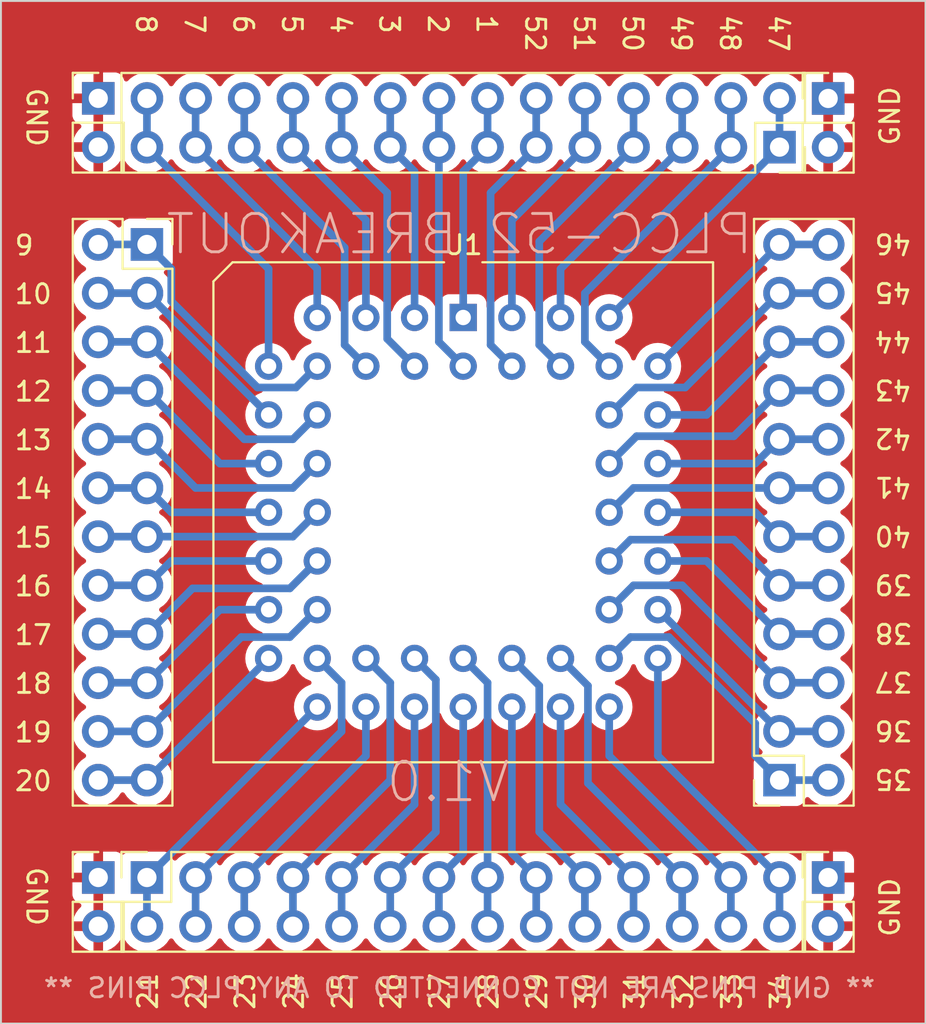
<source format=kicad_pcb>
(kicad_pcb (version 20221018) (generator pcbnew)
  (layers (0 "F.Cu" signal) (31 "B.Cu" signal) (34 "B.Paste" user) (35 "F.Paste" user) (36 "B.SilkS" user "B.Silkscreen") (37 "F.SilkS" user "F.Silkscreen") (38 "B.Mask" user) (39 "F.Mask" user) (44 "Edge.Cuts" user))
  (net 0 "")
  (net 1 "/47")
  (net 2 "/48")
  (net 3 "/49")
  (net 4 "/50")
  (net 5 "/51")
  (net 6 "/52")
  (net 7 "/1")
  (net 8 "/2")
  (net 9 "/3")
  (net 10 "/4")
  (net 11 "/5")
  (net 12 "/6")
  (net 13 "/7")
  (net 14 "/8")
  (net 15 "/9")
  (net 16 "/10")
  (net 17 "/11")
  (net 18 "/12")
  (net 19 "/13")
  (net 20 "/14")
  (net 21 "/15")
  (net 22 "/16")
  (net 23 "/17")
  (net 24 "/18")
  (net 25 "/19")
  (net 26 "/20")
  (net 27 "/21")
  (net 28 "/22")
  (net 29 "/23")
  (net 30 "/24")
  (net 31 "/25")
  (net 32 "/26")
  (net 33 "/27")
  (net 34 "/28")
  (net 35 "/29")
  (net 36 "/30")
  (net 37 "/31")
  (net 38 "/32")
  (net 39 "/33")
  (net 40 "/34")
  (net 41 "/35")
  (net 42 "/36")
  (net 43 "/37")
  (net 44 "/38")
  (net 45 "/39")
  (net 46 "/40")
  (net 47 "/41")
  (net 48 "/42")
  (net 49 "/43")
  (net 50 "/44")
  (net 51 "/45")
  (net 52 "/46")
  (net 53 "GND")
  (footprint "Connector_PinSocket_2.54mm:PinSocket_2x12_P2.54mm_Vertical" (layer "F.Cu") (at 139.7 104.14 180)
    (fp_text reference "J4" hide)
    (fp_text value "Conn_02x12_Odd_Even" hide)
    (fp_line (start -3.87 -1.33) (end -3.87 29.27) (stroke (width 0.12)) (layer "F.SilkS"))
    (fp_line (start -3.87 -1.33) (end -1.27 -1.33) (stroke (width 0.12)) (layer "F.SilkS"))
    (fp_line (start -3.87 29.27) (end 1.33 29.27) (stroke (width 0.12)) (layer "F.SilkS"))
    (fp_line (start -1.27 -1.33) (end -1.27 1.27) (stroke (width 0.12)) (layer "F.SilkS"))
    (fp_line (start -1.27 1.27) (end 1.33 1.27) (stroke (width 0.12)) (layer "F.SilkS"))
    (fp_line (start 0 -1.33) (end 1.33 -1.33) (stroke (width 0.12)) (layer "F.SilkS"))
    (fp_line (start 1.33 -1.33) (end 1.33 0) (stroke (width 0.12)) (layer "F.SilkS"))
    (fp_line (start 1.33 1.27) (end 1.33 29.27) (stroke (width 0.12)) (layer "F.SilkS"))
    (pad "1" thru_hole rect (at 0 0 180) (size 1.7 1.7) (drill 1) (layers "*.Cu" "*.Mask") (net 41 "/35"))
    (pad "2" thru_hole oval (at -2.54 0 180) (size 1.7 1.7) (drill 1) (layers "*.Cu" "*.Mask") (net 41 "/35"))
    (pad "3" thru_hole oval (at 0 2.54 180) (size 1.7 1.7) (drill 1) (layers "*.Cu" "*.Mask") (net 42 "/36"))
    (pad "4" thru_hole oval (at -2.54 2.54 180) (size 1.7 1.7) (drill 1) (layers "*.Cu" "*.Mask") (net 42 "/36"))
    (pad "5" thru_hole oval (at 0 5.08 180) (size 1.7 1.7) (drill 1) (layers "*.Cu" "*.Mask") (net 43 "/37"))
    (pad "6" thru_hole oval (at -2.54 5.08 180) (size 1.7 1.7) (drill 1) (layers "*.Cu" "*.Mask") (net 43 "/37"))
    (pad "7" thru_hole oval (at 0 7.62 180) (size 1.7 1.7) (drill 1) (layers "*.Cu" "*.Mask") (net 44 "/38"))
    (pad "8" thru_hole oval (at -2.54 7.62 180) (size 1.7 1.7) (drill 1) (layers "*.Cu" "*.Mask") (net 44 "/38"))
    (pad "9" thru_hole oval (at 0 10.16 180) (size 1.7 1.7) (drill 1) (layers "*.Cu" "*.Mask") (net 45 "/39"))
    (pad "10" thru_hole oval (at -2.54 10.16 180) (size 1.7 1.7) (drill 1) (layers "*.Cu" "*.Mask") (net 45 "/39"))
    (pad "11" thru_hole oval (at 0 12.7 180) (size 1.7 1.7) (drill 1) (layers "*.Cu" "*.Mask") (net 46 "/40"))
    (pad "12" thru_hole oval (at -2.54 12.7 180) (size 1.7 1.7) (drill 1) (layers "*.Cu" "*.Mask") (net 46 "/40"))
    (pad "13" thru_hole oval (at 0 15.24 180) (size 1.7 1.7) (drill 1) (layers "*.Cu" "*.Mask") (net 47 "/41"))
    (pad "14" thru_hole oval (at -2.54 15.24 180) (size 1.7 1.7) (drill 1) (layers "*.Cu" "*.Mask") (net 47 "/41"))
    (pad "15" thru_hole oval (at 0 17.78 180) (size 1.7 1.7) (drill 1) (layers "*.Cu" "*.Mask") (net 48 "/42"))
    (pad "16" thru_hole oval (at -2.54 17.78 180) (size 1.7 1.7) (drill 1) (layers "*.Cu" "*.Mask") (net 48 "/42"))
    (pad "17" thru_hole oval (at 0 20.32 180) (size 1.7 1.7) (drill 1) (layers "*.Cu" "*.Mask") (net 49 "/43"))
    (pad "18" thru_hole oval (at -2.54 20.32 180) (size 1.7 1.7) (drill 1) (layers "*.Cu" "*.Mask") (net 49 "/43"))
    (pad "19" thru_hole oval (at 0 22.86 180) (size 1.7 1.7) (drill 1) (layers "*.Cu" "*.Mask") (net 50 "/44"))
    (pad "20" thru_hole oval (at -2.54 22.86 180) (size 1.7 1.7) (drill 1) (layers "*.Cu" "*.Mask") (net 50 "/44"))
    (pad "21" thru_hole oval (at 0 25.4 180) (size 1.7 1.7) (drill 1) (layers "*.Cu" "*.Mask") (net 51 "/45"))
    (pad "22" thru_hole oval (at -2.54 25.4 180) (size 1.7 1.7) (drill 1) (layers "*.Cu" "*.Mask") (net 51 "/45"))
    (pad "23" thru_hole oval (at 0 27.94 180) (size 1.7 1.7) (drill 1) (layers "*.Cu" "*.Mask") (net 52 "/46"))
    (pad "24" thru_hole oval (at -2.54 27.94 180) (size 1.7 1.7) (drill 1) (layers "*.Cu" "*.Mask") (net 52 "/46"))
  )
  (footprint "Connector_PinHeader_2.54mm:PinHeader_1x02_P2.54mm_Vertical" (layer "F.Cu") (at 104.14 68.58)
    (fp_text reference "J5" hide)
    (fp_text value "Conn_01x02" hide)
    (fp_line (start -1.33 -1.33) (end 0 -1.33) (stroke (width 0.12)) (layer "F.SilkS"))
    (fp_line (start -1.33 0) (end -1.33 -1.33) (stroke (width 0.12)) (layer "F.SilkS"))
    (fp_line (start -1.33 1.27) (end -1.33 3.87) (stroke (width 0.12)) (layer "F.SilkS"))
    (fp_line (start -1.33 1.27) (end 1.33 1.27) (stroke (width 0.12)) (layer "F.SilkS"))
    (fp_line (start -1.33 3.87) (end 1.33 3.87) (stroke (width 0.12)) (layer "F.SilkS"))
    (fp_line (start 1.33 1.27) (end 1.33 3.87) (stroke (width 0.12)) (layer "F.SilkS"))
    (pad "1" thru_hole rect (at 0 0) (size 1.7 1.7) (drill 1) (layers "*.Cu" "*.Mask") (net 53 "GND"))
    (pad "2" thru_hole oval (at 0 2.54) (size 1.7 1.7) (drill 1) (layers "*.Cu" "*.Mask") (net 53 "GND"))
  )
  (footprint "Connector_PinHeader_2.54mm:PinHeader_1x02_P2.54mm_Vertical" (layer "F.Cu") (at 142.24 109.22)
    (fp_text reference "J7" hide)
    (fp_text value "Conn_01x02" hide)
    (fp_line (start -1.33 -1.33) (end 0 -1.33) (stroke (width 0.12)) (layer "F.SilkS"))
    (fp_line (start -1.33 0) (end -1.33 -1.33) (stroke (width 0.12)) (layer "F.SilkS"))
    (fp_line (start -1.33 1.27) (end -1.33 3.87) (stroke (width 0.12)) (layer "F.SilkS"))
    (fp_line (start -1.33 1.27) (end 1.33 1.27) (stroke (width 0.12)) (layer "F.SilkS"))
    (fp_line (start -1.33 3.87) (end 1.33 3.87) (stroke (width 0.12)) (layer "F.SilkS"))
    (fp_line (start 1.33 1.27) (end 1.33 3.87) (stroke (width 0.12)) (layer "F.SilkS"))
    (pad "1" thru_hole rect (at 0 0) (size 1.7 1.7) (drill 1) (layers "*.Cu" "*.Mask") (net 53 "GND"))
    (pad "2" thru_hole oval (at 0 2.54) (size 1.7 1.7) (drill 1) (layers "*.Cu" "*.Mask") (net 53 "GND"))
  )
  (footprint "Connector_PinSocket_2.54mm:PinSocket_2x14_P2.54mm_Vertical" (layer "F.Cu") (at 106.68 109.22 90)
    (fp_text reference "J3" hide)
    (fp_text value "Conn_02x14_Odd_Even" hide)
    (fp_line (start -3.87 -1.33) (end -3.87 34.35) (stroke (width 0.12)) (layer "F.SilkS"))
    (fp_line (start -3.87 -1.33) (end -1.27 -1.33) (stroke (width 0.12)) (layer "F.SilkS"))
    (fp_line (start -3.87 34.35) (end 1.33 34.35) (stroke (width 0.12)) (layer "F.SilkS"))
    (fp_line (start -1.27 -1.33) (end -1.27 1.27) (stroke (width 0.12)) (layer "F.SilkS"))
    (fp_line (start -1.27 1.27) (end 1.33 1.27) (stroke (width 0.12)) (layer "F.SilkS"))
    (fp_line (start 0 -1.33) (end 1.33 -1.33) (stroke (width 0.12)) (layer "F.SilkS"))
    (fp_line (start 1.33 -1.33) (end 1.33 0) (stroke (width 0.12)) (layer "F.SilkS"))
    (fp_line (start 1.33 1.27) (end 1.33 34.35) (stroke (width 0.12)) (layer "F.SilkS"))
    (pad "1" thru_hole rect (at 0 0 90) (size 1.7 1.7) (drill 1) (layers "*.Cu" "*.Mask") (net 27 "/21"))
    (pad "2" thru_hole oval (at -2.54 0 90) (size 1.7 1.7) (drill 1) (layers "*.Cu" "*.Mask") (net 27 "/21"))
    (pad "3" thru_hole oval (at 0 2.54 90) (size 1.7 1.7) (drill 1) (layers "*.Cu" "*.Mask") (net 28 "/22"))
    (pad "4" thru_hole oval (at -2.54 2.54 90) (size 1.7 1.7) (drill 1) (layers "*.Cu" "*.Mask") (net 28 "/22"))
    (pad "5" thru_hole oval (at 0 5.08 90) (size 1.7 1.7) (drill 1) (layers "*.Cu" "*.Mask") (net 29 "/23"))
    (pad "6" thru_hole oval (at -2.54 5.08 90) (size 1.7 1.7) (drill 1) (layers "*.Cu" "*.Mask") (net 29 "/23"))
    (pad "7" thru_hole oval (at 0 7.62 90) (size 1.7 1.7) (drill 1) (layers "*.Cu" "*.Mask") (net 30 "/24"))
    (pad "8" thru_hole oval (at -2.54 7.62 90) (size 1.7 1.7) (drill 1) (layers "*.Cu" "*.Mask") (net 30 "/24"))
    (pad "9" thru_hole oval (at 0 10.16 90) (size 1.7 1.7) (drill 1) (layers "*.Cu" "*.Mask") (net 31 "/25"))
    (pad "10" thru_hole oval (at -2.54 10.16 90) (size 1.7 1.7) (drill 1) (layers "*.Cu" "*.Mask") (net 31 "/25"))
    (pad "11" thru_hole oval (at 0 12.7 90) (size 1.7 1.7) (drill 1) (layers "*.Cu" "*.Mask") (net 32 "/26"))
    (pad "12" thru_hole oval (at -2.54 12.7 90) (size 1.7 1.7) (drill 1) (layers "*.Cu" "*.Mask") (net 32 "/26"))
    (pad "13" thru_hole oval (at 0 15.24 90) (size 1.7 1.7) (drill 1) (layers "*.Cu" "*.Mask") (net 33 "/27"))
    (pad "14" thru_hole oval (at -2.54 15.24 90) (size 1.7 1.7) (drill 1) (layers "*.Cu" "*.Mask") (net 33 "/27"))
    (pad "15" thru_hole oval (at 0 17.78 90) (size 1.7 1.7) (drill 1) (layers "*.Cu" "*.Mask") (net 34 "/28"))
    (pad "16" thru_hole oval (at -2.54 17.78 90) (size 1.7 1.7) (drill 1) (layers "*.Cu" "*.Mask") (net 34 "/28"))
    (pad "17" thru_hole oval (at 0 20.32 90) (size 1.7 1.7) (drill 1) (layers "*.Cu" "*.Mask") (net 35 "/29"))
    (pad "18" thru_hole oval (at -2.54 20.32 90) (size 1.7 1.7) (drill 1) (layers "*.Cu" "*.Mask") (net 35 "/29"))
    (pad "19" thru_hole oval (at 0 22.86 90) (size 1.7 1.7) (drill 1) (layers "*.Cu" "*.Mask") (net 36 "/30"))
    (pad "20" thru_hole oval (at -2.54 22.86 90) (size 1.7 1.7) (drill 1) (layers "*.Cu" "*.Mask") (net 36 "/30"))
    (pad "21" thru_hole oval (at 0 25.4 90) (size 1.7 1.7) (drill 1) (layers "*.Cu" "*.Mask") (net 37 "/31"))
    (pad "22" thru_hole oval (at -2.54 25.4 90) (size 1.7 1.7) (drill 1) (layers "*.Cu" "*.Mask") (net 37 "/31"))
    (pad "23" thru_hole oval (at 0 27.94 90) (size 1.7 1.7) (drill 1) (layers "*.Cu" "*.Mask") (net 38 "/32"))
    (pad "24" thru_hole oval (at -2.54 27.94 90) (size 1.7 1.7) (drill 1) (layers "*.Cu" "*.Mask") (net 38 "/32"))
    (pad "25" thru_hole oval (at 0 30.48 90) (size 1.7 1.7) (drill 1) (layers "*.Cu" "*.Mask") (net 39 "/33"))
    (pad "26" thru_hole oval (at -2.54 30.48 90) (size 1.7 1.7) (drill 1) (layers "*.Cu" "*.Mask") (net 39 "/33"))
    (pad "27" thru_hole oval (at 0 33.02 90) (size 1.7 1.7) (drill 1) (layers "*.Cu" "*.Mask") (net 40 "/34"))
    (pad "28" thru_hole oval (at -2.54 33.02 90) (size 1.7 1.7) (drill 1) (layers "*.Cu" "*.Mask") (net 40 "/34"))
  )
  (footprint "Connector_PinHeader_2.54mm:PinHeader_1x02_P2.54mm_Vertical" (layer "F.Cu") (at 104.14 109.22)
    (fp_text reference "J6" hide)
    (fp_text value "Conn_01x02" hide)
    (fp_line (start -1.33 -1.33) (end 0 -1.33) (stroke (width 0.12)) (layer "F.SilkS"))
    (fp_line (start -1.33 0) (end -1.33 -1.33) (stroke (width 0.12)) (layer "F.SilkS"))
    (fp_line (start -1.33 1.27) (end -1.33 3.87) (stroke (width 0.12)) (layer "F.SilkS"))
    (fp_line (start -1.33 1.27) (end 1.33 1.27) (stroke (width 0.12)) (layer "F.SilkS"))
    (fp_line (start -1.33 3.87) (end 1.33 3.87) (stroke (width 0.12)) (layer "F.SilkS"))
    (fp_line (start 1.33 1.27) (end 1.33 3.87) (stroke (width 0.12)) (layer "F.SilkS"))
    (pad "1" thru_hole rect (at 0 0) (size 1.7 1.7) (drill 1) (layers "*.Cu" "*.Mask") (net 53 "GND"))
    (pad "2" thru_hole oval (at 0 2.54) (size 1.7 1.7) (drill 1) (layers "*.Cu" "*.Mask") (net 53 "GND"))
  )
  (footprint "Package_LCC:PLCC-52_THT-Socket" (layer "F.Cu") (at 123.19 80.01)
    (fp_text reference "U1" (at 0 -3.78) (layer "F.SilkS"))
    (fp_text value "Generic_52_Pins")
    (fp_line (start -13.04 -1.88) (end -13.04 23.2) (stroke (width 0.12)) (layer "F.SilkS"))
    (fp_line (start -13.04 23.2) (end 13.04 23.2) (stroke (width 0.12)) (layer "F.SilkS"))
    (fp_line (start -12.04 -2.88) (end -13.04 -1.88) (stroke (width 0.12)) (layer "F.SilkS"))
    (fp_line (start -1 -2.88) (end -12.04 -2.88) (stroke (width 0.12)) (layer "F.SilkS"))
    (fp_line (start 13.04 -2.88) (end 1 -2.88) (stroke (width 0.12)) (layer "F.SilkS"))
    (fp_line (start 13.04 23.2) (end 13.04 -2.88) (stroke (width 0.12)) (layer "F.SilkS"))
    (pad "1" thru_hole rect (at 0 0) (size 1.4224 1.4224) (drill 0.8) (layers "*.Cu" "*.Mask") (net 7 "/1"))
    (pad "2" thru_hole circle (at 0 2.54) (size 1.4224 1.4224) (drill 0.8) (layers "*.Cu" "*.Mask") (net 8 "/2"))
    (pad "3" thru_hole circle (at -2.54 0) (size 1.4224 1.4224) (drill 0.8) (layers "*.Cu" "*.Mask") (net 9 "/3"))
    (pad "4" thru_hole circle (at -2.54 2.54) (size 1.4224 1.4224) (drill 0.8) (layers "*.Cu" "*.Mask") (net 10 "/4"))
    (pad "5" thru_hole circle (at -5.08 0) (size 1.4224 1.4224) (drill 0.8) (layers "*.Cu" "*.Mask") (net 11 "/5"))
    (pad "6" thru_hole circle (at -5.08 2.54) (size 1.4224 1.4224) (drill 0.8) (layers "*.Cu" "*.Mask") (net 12 "/6"))
    (pad "7" thru_hole circle (at -7.62 0) (size 1.4224 1.4224) (drill 0.8) (layers "*.Cu" "*.Mask") (net 13 "/7"))
    (pad "8" thru_hole circle (at -10.16 2.54) (size 1.4224 1.4224) (drill 0.8) (layers "*.Cu" "*.Mask") (net 14 "/8"))
    (pad "9" thru_hole circle (at -7.62 2.54) (size 1.4224 1.4224) (drill 0.8) (layers "*.Cu" "*.Mask") (net 15 "/9"))
    (pad "10" thru_hole circle (at -10.16 5.08) (size 1.4224 1.4224) (drill 0.8) (layers "*.Cu" "*.Mask") (net 16 "/10"))
    (pad "11" thru_hole circle (at -7.62 5.08) (size 1.4224 1.4224) (drill 0.8) (layers "*.Cu" "*.Mask") (net 17 "/11"))
    (pad "12" thru_hole circle (at -10.16 7.62) (size 1.4224 1.4224) (drill 0.8) (layers "*.Cu" "*.Mask") (net 18 "/12"))
    (pad "13" thru_hole circle (at -7.62 7.62) (size 1.4224 1.4224) (drill 0.8) (layers "*.Cu" "*.Mask") (net 19 "/13"))
    (pad "14" thru_hole circle (at -10.16 10.16) (size 1.4224 1.4224) (drill 0.8) (layers "*.Cu" "*.Mask") (net 20 "/14"))
    (pad "15" thru_hole circle (at -7.62 10.16) (size 1.4224 1.4224) (drill 0.8) (layers "*.Cu" "*.Mask") (net 21 "/15"))
    (pad "16" thru_hole circle (at -10.16 12.7) (size 1.4224 1.4224) (drill 0.8) (layers "*.Cu" "*.Mask") (net 22 "/16"))
    (pad "17" thru_hole circle (at -7.62 12.7) (size 1.4224 1.4224) (drill 0.8) (layers "*.Cu" "*.Mask") (net 23 "/17"))
    (pad "18" thru_hole circle (at -10.16 15.24) (size 1.4224 1.4224) (drill 0.8) (layers "*.Cu" "*.Mask") (net 24 "/18"))
    (pad "19" thru_hole circle (at -7.62 15.24) (size 1.4224 1.4224) (drill 0.8) (layers "*.Cu" "*.Mask") (net 25 "/19"))
    (pad "20" thru_hole circle (at -10.16 17.78) (size 1.4224 1.4224) (drill 0.8) (layers "*.Cu" "*.Mask") (net 26 "/20"))
    (pad "21" thru_hole circle (at -7.62 20.32) (size 1.4224 1.4224) (drill 0.8) (layers "*.Cu" "*.Mask") (net 27 "/21"))
    (pad "22" thru_hole circle (at -7.62 17.78) (size 1.4224 1.4224) (drill 0.8) (layers "*.Cu" "*.Mask") (net 28 "/22"))
    (pad "23" thru_hole circle (at -5.08 20.32) (size 1.4224 1.4224) (drill 0.8) (layers "*.Cu" "*.Mask") (net 29 "/23"))
    (pad "24" thru_hole circle (at -5.08 17.78) (size 1.4224 1.4224) (drill 0.8) (layers "*.Cu" "*.Mask") (net 30 "/24"))
    (pad "25" thru_hole circle (at -2.54 20.32) (size 1.4224 1.4224) (drill 0.8) (layers "*.Cu" "*.Mask") (net 31 "/25"))
    (pad "26" thru_hole circle (at -2.54 17.78) (size 1.4224 1.4224) (drill 0.8) (layers "*.Cu" "*.Mask") (net 32 "/26"))
    (pad "27" thru_hole circle (at 0 20.32) (size 1.4224 1.4224) (drill 0.8) (layers "*.Cu" "*.Mask") (net 33 "/27"))
    (pad "28" thru_hole circle (at 0 17.78) (size 1.4224 1.4224) (drill 0.8) (layers "*.Cu" "*.Mask") (net 34 "/28"))
    (pad "29" thru_hole circle (at 2.54 20.32) (size 1.4224 1.4224) (drill 0.8) (layers "*.Cu" "*.Mask") (net 35 "/29"))
    (pad "30" thru_hole circle (at 2.54 17.78) (size 1.4224 1.4224) (drill 0.8) (layers "*.Cu" "*.Mask") (net 36 "/30"))
    (pad "31" thru_hole circle (at 5.08 20.32) (size 1.4224 1.4224) (drill 0.8) (layers "*.Cu" "*.Mask") (net 37 "/31"))
    (pad "32" thru_hole circle (at 5.08 17.78) (size 1.4224 1.4224) (drill 0.8) (layers "*.Cu" "*.Mask") (net 38 "/32"))
    (pad "33" thru_hole circle (at 7.62 20.32) (size 1.4224 1.4224) (drill 0.8) (layers "*.Cu" "*.Mask") (net 39 "/33"))
    (pad "34" thru_hole circle (at 10.16 17.78) (size 1.4224 1.4224) (drill 0.8) (layers "*.Cu" "*.Mask") (net 40 "/34"))
    (pad "35" thru_hole circle (at 7.62 17.78) (size 1.4224 1.4224) (drill 0.8) (layers "*.Cu" "*.Mask") (net 41 "/35"))
    (pad "36" thru_hole circle (at 10.16 15.24) (size 1.4224 1.4224) (drill 0.8) (layers "*.Cu" "*.Mask") (net 42 "/36"))
    (pad "37" thru_hole circle (at 7.62 15.24) (size 1.4224 1.4224) (drill 0.8) (layers "*.Cu" "*.Mask") (net 43 "/37"))
    (pad "38" thru_hole circle (at 10.16 12.7) (size 1.4224 1.4224) (drill 0.8) (layers "*.Cu" "*.Mask") (net 44 "/38"))
    (pad "39" thru_hole circle (at 7.62 12.7) (size 1.4224 1.4224) (drill 0.8) (layers "*.Cu" "*.Mask") (net 45 "/39"))
    (pad "40" thru_hole circle (at 10.16 10.16) (size 1.4224 1.4224) (drill 0.8) (layers "*.Cu" "*.Mask") (net 46 "/40"))
    (pad "41" thru_hole circle (at 7.62 10.16) (size 1.4224 1.4224) (drill 0.8) (layers "*.Cu" "*.Mask") (net 47 "/41"))
    (pad "42" thru_hole circle (at 10.16 7.62) (size 1.4224 1.4224) (drill 0.8) (layers "*.Cu" "*.Mask") (net 48 "/42"))
    (pad "43" thru_hole circle (at 7.62 7.62) (size 1.4224 1.4224) (drill 0.8) (layers "*.Cu" "*.Mask") (net 49 "/43"))
    (pad "44" thru_hole circle (at 10.16 5.08) (size 1.4224 1.4224) (drill 0.8) (layers "*.Cu" "*.Mask") (net 50 "/44"))
    (pad "45" thru_hole circle (at 7.62 5.08) (size 1.4224 1.4224) (drill 0.8) (layers "*.Cu" "*.Mask") (net 51 "/45"))
    (pad "46" thru_hole circle (at 10.16 2.54) (size 1.4224 1.4224) (drill 0.8) (layers "*.Cu" "*.Mask") (net 52 "/46"))
    (pad "47" thru_hole circle (at 7.62 0) (size 1.4224 1.4224) (drill 0.8) (layers "*.Cu" "*.Mask") (net 1 "/47"))
    (pad "48" thru_hole circle (at 7.62 2.54) (size 1.4224 1.4224) (drill 0.8) (layers "*.Cu" "*.Mask") (net 2 "/48"))
    (pad "49" thru_hole circle (at 5.08 0) (size 1.4224 1.4224) (drill 0.8) (layers "*.Cu" "*.Mask") (net 3 "/49"))
    (pad "50" thru_hole circle (at 5.08 2.54) (size 1.4224 1.4224) (drill 0.8) (layers "*.Cu" "*.Mask") (net 4 "/50"))
    (pad "51" thru_hole circle (at 2.54 0) (size 1.4224 1.4224) (drill 0.8) (layers "*.Cu" "*.Mask") (net 5 "/51"))
    (pad "52" thru_hole circle (at 2.54 2.54) (size 1.4224 1.4224) (drill 0.8) (layers "*.Cu" "*.Mask") (net 6 "/52"))
  )
  (footprint "Connector_PinSocket_2.54mm:PinSocket_2x12_P2.54mm_Vertical" (layer "F.Cu") (at 106.68 76.2)
    (fp_text reference "J2" hide)
    (fp_text value "Conn_02x12_Odd_Even" hide)
    (fp_line (start -3.87 -1.33) (end -3.87 29.27) (stroke (width 0.12)) (layer "F.SilkS"))
    (fp_line (start -3.87 -1.33) (end -1.27 -1.33) (stroke (width 0.12)) (layer "F.SilkS"))
    (fp_line (start -3.87 29.27) (end 1.33 29.27) (stroke (width 0.12)) (layer "F.SilkS"))
    (fp_line (start -1.27 -1.33) (end -1.27 1.27) (stroke (width 0.12)) (layer "F.SilkS"))
    (fp_line (start -1.27 1.27) (end 1.33 1.27) (stroke (width 0.12)) (layer "F.SilkS"))
    (fp_line (start 0 -1.33) (end 1.33 -1.33) (stroke (width 0.12)) (layer "F.SilkS"))
    (fp_line (start 1.33 -1.33) (end 1.33 0) (stroke (width 0.12)) (layer "F.SilkS"))
    (fp_line (start 1.33 1.27) (end 1.33 29.27) (stroke (width 0.12)) (layer "F.SilkS"))
    (pad "1" thru_hole rect (at 0 0) (size 1.7 1.7) (drill 1) (layers "*.Cu" "*.Mask") (net 15 "/9"))
    (pad "2" thru_hole oval (at -2.54 0) (size 1.7 1.7) (drill 1) (layers "*.Cu" "*.Mask") (net 15 "/9"))
    (pad "3" thru_hole oval (at 0 2.54) (size 1.7 1.7) (drill 1) (layers "*.Cu" "*.Mask") (net 16 "/10"))
    (pad "4" thru_hole oval (at -2.54 2.54) (size 1.7 1.7) (drill 1) (layers "*.Cu" "*.Mask") (net 16 "/10"))
    (pad "5" thru_hole oval (at 0 5.08) (size 1.7 1.7) (drill 1) (layers "*.Cu" "*.Mask") (net 17 "/11"))
    (pad "6" thru_hole oval (at -2.54 5.08) (size 1.7 1.7) (drill 1) (layers "*.Cu" "*.Mask") (net 17 "/11"))
    (pad "7" thru_hole oval (at 0 7.62) (size 1.7 1.7) (drill 1) (layers "*.Cu" "*.Mask") (net 18 "/12"))
    (pad "8" thru_hole oval (at -2.54 7.62) (size 1.7 1.7) (drill 1) (layers "*.Cu" "*.Mask") (net 18 "/12"))
    (pad "9" thru_hole oval (at 0 10.16) (size 1.7 1.7) (drill 1) (layers "*.Cu" "*.Mask") (net 19 "/13"))
    (pad "10" thru_hole oval (at -2.54 10.16) (size 1.7 1.7) (drill 1) (layers "*.Cu" "*.Mask") (net 19 "/13"))
    (pad "11" thru_hole oval (at 0 12.7) (size 1.7 1.7) (drill 1) (layers "*.Cu" "*.Mask") (net 20 "/14"))
    (pad "12" thru_hole oval (at -2.54 12.7) (size 1.7 1.7) (drill 1) (layers "*.Cu" "*.Mask") (net 20 "/14"))
    (pad "13" thru_hole oval (at 0 15.24) (size 1.7 1.7) (drill 1) (layers "*.Cu" "*.Mask") (net 21 "/15"))
    (pad "14" thru_hole oval (at -2.54 15.24) (size 1.7 1.7) (drill 1) (layers "*.Cu" "*.Mask") (net 21 "/15"))
    (pad "15" thru_hole oval (at 0 17.78) (size 1.7 1.7) (drill 1) (layers "*.Cu" "*.Mask") (net 22 "/16"))
    (pad "16" thru_hole oval (at -2.54 17.78) (size 1.7 1.7) (drill 1) (layers "*.Cu" "*.Mask") (net 22 "/16"))
    (pad "17" thru_hole oval (at 0 20.32) (size 1.7 1.7) (drill 1) (layers "*.Cu" "*.Mask") (net 23 "/17"))
    (pad "18" thru_hole oval (at -2.54 20.32) (size 1.7 1.7) (drill 1) (layers "*.Cu" "*.Mask") (net 23 "/17"))
    (pad "19" thru_hole oval (at 0 22.86) (size 1.7 1.7) (drill 1) (layers "*.Cu" "*.Mask") (net 24 "/18"))
    (pad "20" thru_hole oval (at -2.54 22.86) (size 1.7 1.7) (drill 1) (layers "*.Cu" "*.Mask") (net 24 "/18"))
    (pad "21" thru_hole oval (at 0 25.4) (size 1.7 1.7) (drill 1) (layers "*.Cu" "*.Mask") (net 25 "/19"))
    (pad "22" thru_hole oval (at -2.54 25.4) (size 1.7 1.7) (drill 1) (layers "*.Cu" "*.Mask") (net 25 "/19"))
    (pad "23" thru_hole oval (at 0 27.94) (size 1.7 1.7) (drill 1) (layers "*.Cu" "*.Mask") (net 26 "/20"))
    (pad "24" thru_hole oval (at -2.54 27.94) (size 1.7 1.7) (drill 1) (layers "*.Cu" "*.Mask") (net 26 "/20"))
  )
  (footprint "Connector_PinHeader_2.54mm:PinHeader_1x02_P2.54mm_Vertical" (layer "F.Cu") (at 142.24 68.585)
    (fp_text reference "J8" hide)
    (fp_text value "Conn_01x02" hide)
    (fp_line (start -1.33 -1.33) (end 0 -1.33) (stroke (width 0.12)) (layer "F.SilkS"))
    (fp_line (start -1.33 0) (end -1.33 -1.33) (stroke (width 0.12)) (layer "F.SilkS"))
    (fp_line (start -1.33 1.27) (end -1.33 3.87) (stroke (width 0.12)) (layer "F.SilkS"))
    (fp_line (start -1.33 1.27) (end 1.33 1.27) (stroke (width 0.12)) (layer "F.SilkS"))
    (fp_line (start -1.33 3.87) (end 1.33 3.87) (stroke (width 0.12)) (layer "F.SilkS"))
    (fp_line (start 1.33 1.27) (end 1.33 3.87) (stroke (width 0.12)) (layer "F.SilkS"))
    (pad "1" thru_hole rect (at 0 0) (size 1.7 1.7) (drill 1) (layers "*.Cu" "*.Mask") (net 53 "GND"))
    (pad "2" thru_hole oval (at 0 2.54) (size 1.7 1.7) (drill 1) (layers "*.Cu" "*.Mask") (net 53 "GND"))
  )
  (footprint "Connector_PinSocket_2.54mm:PinSocket_2x14_P2.54mm_Vertical" (layer "F.Cu") (at 139.7 71.125 -90)
    (fp_text reference "J1" hide)
    (fp_text value "Conn_02x14_Odd_Even" hide)
    (fp_line (start -3.87 -1.33) (end -3.87 34.35) (stroke (width 0.12)) (layer "F.SilkS"))
    (fp_line (start -3.87 -1.33) (end -1.27 -1.33) (stroke (width 0.12)) (layer "F.SilkS"))
    (fp_line (start -3.87 34.35) (end 1.33 34.35) (stroke (width 0.12)) (layer "F.SilkS"))
    (fp_line (start -1.27 -1.33) (end -1.27 1.27) (stroke (width 0.12)) (layer "F.SilkS"))
    (fp_line (start -1.27 1.27) (end 1.33 1.27) (stroke (width 0.12)) (layer "F.SilkS"))
    (fp_line (start 0 -1.33) (end 1.33 -1.33) (stroke (width 0.12)) (layer "F.SilkS"))
    (fp_line (start 1.33 -1.33) (end 1.33 0) (stroke (width 0.12)) (layer "F.SilkS"))
    (fp_line (start 1.33 1.27) (end 1.33 34.35) (stroke (width 0.12)) (layer "F.SilkS"))
    (pad "1" thru_hole rect (at 0 0 270) (size 1.7 1.7) (drill 1) (layers "*.Cu" "*.Mask") (net 1 "/47"))
    (pad "2" thru_hole oval (at -2.54 0 270) (size 1.7 1.7) (drill 1) (layers "*.Cu" "*.Mask") (net 1 "/47"))
    (pad "3" thru_hole oval (at 0 2.54 270) (size 1.7 1.7) (drill 1) (layers "*.Cu" "*.Mask") (net 2 "/48"))
    (pad "4" thru_hole oval (at -2.54 2.54 270) (size 1.7 1.7) (drill 1) (layers "*.Cu" "*.Mask") (net 2 "/48"))
    (pad "5" thru_hole oval (at 0 5.08 270) (size 1.7 1.7) (drill 1) (layers "*.Cu" "*.Mask") (net 3 "/49"))
    (pad "6" thru_hole oval (at -2.54 5.08 270) (size 1.7 1.7) (drill 1) (layers "*.Cu" "*.Mask") (net 3 "/49"))
    (pad "7" thru_hole oval (at 0 7.62 270) (size 1.7 1.7) (drill 1) (layers "*.Cu" "*.Mask") (net 4 "/50"))
    (pad "8" thru_hole oval (at -2.54 7.62 270) (size 1.7 1.7) (drill 1) (layers "*.Cu" "*.Mask") (net 4 "/50"))
    (pad "9" thru_hole oval (at 0 10.16 270) (size 1.7 1.7) (drill 1) (layers "*.Cu" "*.Mask") (net 5 "/51"))
    (pad "10" thru_hole oval (at -2.54 10.16 270) (size 1.7 1.7) (drill 1) (layers "*.Cu" "*.Mask") (net 5 "/51"))
    (pad "11" thru_hole oval (at 0 12.7 270) (size 1.7 1.7) (drill 1) (layers "*.Cu" "*.Mask") (net 6 "/52"))
    (pad "12" thru_hole oval (at -2.54 12.7 270) (size 1.7 1.7) (drill 1) (layers "*.Cu" "*.Mask") (net 6 "/52"))
    (pad "13" thru_hole oval (at 0 15.24 270) (size 1.7 1.7) (drill 1) (layers "*.Cu" "*.Mask") (net 7 "/1"))
    (pad "14" thru_hole oval (at -2.54 15.24 270) (size 1.7 1.7) (drill 1) (layers "*.Cu" "*.Mask") (net 7 "/1"))
    (pad "15" thru_hole oval (at 0 17.78 270) (size 1.7 1.7) (drill 1) (layers "*.Cu" "*.Mask") (net 8 "/2"))
    (pad "16" thru_hole oval (at -2.54 17.78 270) (size 1.7 1.7) (drill 1) (layers "*.Cu" "*.Mask") (net 8 "/2"))
    (pad "17" thru_hole oval (at 0 20.32 270) (size 1.7 1.7) (drill 1) (layers "*.Cu" "*.Mask") (net 9 "/3"))
    (pad "18" thru_hole oval (at -2.54 20.32 270) (size 1.7 1.7) (drill 1) (layers "*.Cu" "*.Mask") (net 9 "/3"))
    (pad "19" thru_hole oval (at 0 22.86 270) (size 1.7 1.7) (drill 1) (layers "*.Cu" "*.Mask") (net 10 "/4"))
    (pad "20" thru_hole oval (at -2.54 22.86 270) (size 1.7 1.7) (drill 1) (layers "*.Cu" "*.Mask") (net 10 "/4"))
    (pad "21" thru_hole oval (at 0 25.4 270) (size 1.7 1.7) (drill 1) (layers "*.Cu" "*.Mask") (net 11 "/5"))
    (pad "22" thru_hole oval (at -2.54 25.4 270) (size 1.7 1.7) (drill 1) (layers "*.Cu" "*.Mask") (net 11 "/5"))
    (pad "23" thru_hole oval (at 0 27.94 270) (size 1.7 1.7) (drill 1) (layers "*.Cu" "*.Mask") (net 12 "/6"))
    (pad "24" thru_hole oval (at -2.54 27.94 270) (size 1.7 1.7) (drill 1) (layers "*.Cu" "*.Mask") (net 12 "/6"))
    (pad "25" thru_hole oval (at 0 30.48 270) (size 1.7 1.7) (drill 1) (layers "*.Cu" "*.Mask") (net 13 "/7"))
    (pad "26" thru_hole oval (at -2.54 30.48 270) (size 1.7 1.7) (drill 1) (layers "*.Cu" "*.Mask") (net 13 "/7"))
    (pad "27" thru_hole oval (at 0 33.02 270) (size 1.7 1.7) (drill 1) (layers "*.Cu" "*.Mask") (net 14 "/8"))
    (pad "28" thru_hole oval (at -2.54 33.02 270) (size 1.7 1.7) (drill 1) (layers "*.Cu" "*.Mask") (net 14 "/8"))
  )
  (gr_rect (start 99.06 63.5) (end 147.32 116.84) (stroke (width 0.1)) (fill none) (layer "Edge.Cuts"))
  (gr_text "PLCC-52 BREAKOUT" (at 138.43 76.835) (layer "B.SilkS") (effects (font (size 2 2)) (justify left bottom mirror)))
  (gr_text "** GND PINS ARE NOT CONNECTED TO ANY PLCC PINS **" (at 144.78 115.57) (layer "B.SilkS") (effects (font (size 1 1)) (justify left bottom mirror)))
  (gr_text "V1.0" (at 125.73 105.41) (layer "B.SilkS") (effects (font (size 2 2)) (justify left bottom mirror)))
  (gr_text "20" (at 99.695 104.775) (layer "F.SilkS") (effects (font (size 1 1)) (justify left bottom)))
  (gr_text "7" (at 108.585 64.135 -90) (layer "F.SilkS") (effects (font (size 1 1)) (justify left bottom)))
  (gr_text "35" (at 146.685 103.505 180) (layer "F.SilkS") (effects (font (size 1 1)) (justify left bottom)))
  (gr_text "24" (at 114.935 116.205 90) (layer "F.SilkS") (effects (font (size 1 1)) (justify left bottom)))
  (gr_text "30" (at 130.175 116.205 90) (layer "F.SilkS") (effects (font (size 1 1)) (justify left bottom)))
  (gr_text "51" (at 128.905 64.135 -90) (layer "F.SilkS") (effects (font (size 1 1)) (justify left bottom)))
  (gr_text "22" (at 109.855 116.205 90) (layer "F.SilkS") (effects (font (size 1 1)) (justify left bottom)))
  (gr_text "GND" (at 100.33 67.945 -90) (layer "F.SilkS") (effects (font (size 1 1)) (justify left bottom)))
  (gr_text "46" (at 146.685 75.565 180) (layer "F.SilkS") (effects (font (size 1 1)) (justify left bottom)))
  (gr_text "38" (at 146.685 95.885 180) (layer "F.SilkS") (effects (font (size 1 1)) (justify left bottom)))
  (gr_text "14" (at 99.695 89.535) (layer "F.SilkS") (effects (font (size 1 1)) (justify left bottom)))
  (gr_text "GND" (at 100.33 108.585 -90) (layer "F.SilkS") (effects (font (size 1 1)) (justify left bottom)))
  (gr_text "39" (at 146.685 93.345 180) (layer "F.SilkS") (effects (font (size 1 1)) (justify left bottom)))
  (gr_text "4" (at 116.205 64.135 -90) (layer "F.SilkS") (effects (font (size 1 1)) (justify left bottom)))
  (gr_text "11" (at 99.695 81.915) (layer "F.SilkS") (effects (font (size 1 1)) (justify left bottom)))
  (gr_text "GND" (at 146.05 71.12 90) (layer "F.SilkS") (effects (font (size 1 1)) (justify left bottom)))
  (gr_text "29" (at 127.635 116.205 90) (layer "F.SilkS") (effects (font (size 1 1)) (justify left bottom)))
  (gr_text "8" (at 106.045 64.135 -90) (layer "F.SilkS") (effects (font (size 1 1)) (justify left bottom)))
  (gr_text "48" (at 136.525 64.135 -90) (layer "F.SilkS") (effects (font (size 1 1)) (justify left bottom)))
  (gr_text "6" (at 111.125 64.135 -90) (layer "F.SilkS") (effects (font (size 1 1)) (justify left bottom)))
  (gr_text "1" (at 123.825 64.135 -90) (layer "F.SilkS") (effects (font (size 1 1)) (justify left bottom)))
  (gr_text "37" (at 146.685 98.425 180) (layer "F.SilkS") (effects (font (size 1 1)) (justify left bottom)))
  (gr_text "17" (at 99.695 97.155) (layer "F.SilkS") (effects (font (size 1 1)) (justify left bottom)))
  (gr_text "2" (at 121.285 64.135 -90) (layer "F.SilkS") (effects (font (size 1 1)) (justify left bottom)))
  (gr_text "GND" (at 146.05 112.395 90) (layer "F.SilkS") (effects (font (size 1 1)) (justify left bottom)))
  (gr_text "31" (at 132.715 116.205 90) (layer "F.SilkS") (effects (font (size 1 1)) (justify left bottom)))
  (gr_text "40" (at 146.685 90.805 180) (layer "F.SilkS") (effects (font (size 1 1)) (justify left bottom)))
  (gr_text "15" (at 99.695 92.075) (layer "F.SilkS") (effects (font (size 1 1)) (justify left bottom)))
  (gr_text "5" (at 113.665 64.135 -90) (layer "F.SilkS") (effects (font (size 1 1)) (justify left bottom)))
  (gr_text "34" (at 140.335 116.205 90) (layer "F.SilkS") (effects (font (size 1 1)) (justify left bottom)))
  (gr_text "32" (at 135.255 116.205 90) (layer "F.SilkS") (effects (font (size 1 1)) (justify left bottom)))
  (gr_text "12" (at 99.695 84.455) (layer "F.SilkS") (effects (font (size 1 1)) (justify left bottom)))
  (gr_text "26" (at 120.015 116.205 90) (layer "F.SilkS") (effects (font (size 1 1)) (justify left bottom)))
  (gr_text "10" (at 99.695 79.375) (layer "F.SilkS") (effects (font (size 1 1)) (justify left bottom)))
  (gr_text "19" (at 99.695 102.235) (layer "F.SilkS") (effects (font (size 1 1)) (justify left bottom)))
  (gr_text "50" (at 131.445 64.135 -90) (layer "F.SilkS") (effects (font (size 1 1)) (justify left bottom)))
  (gr_text "42" (at 146.685 85.725 180) (layer "F.SilkS") (effects (font (size 1 1)) (justify left bottom)))
  (gr_text "21" (at 107.315 116.205 90) (layer "F.SilkS") (effects (font (size 1 1)) (justify left bottom)))
  (gr_text "33" (at 137.795 116.205 90) (layer "F.SilkS") (effects (font (size 1 1)) (justify left bottom)))
  (gr_text "45" (at 146.685 78.105 180) (layer "F.SilkS") (effects (font (size 1 1)) (justify left bottom)))
  (gr_text "13" (at 99.695 86.995) (layer "F.SilkS") (effects (font (size 1 1)) (justify left bottom)))
  (gr_text "16" (at 99.695 94.615) (layer "F.SilkS") (effects (font (size 1 1)) (justify left bottom)))
  (gr_text "28" (at 125.095 116.205 90) (layer "F.SilkS") (effects (font (size 1 1)) (justify left bottom)))
  (gr_text "18" (at 99.695 99.695) (layer "F.SilkS") (effects (font (size 1 1)) (justify left bottom)))
  (gr_text "9" (at 99.695 76.835) (layer "F.SilkS") (effects (font (size 1 1)) (justify left bottom)))
  (gr_text "3" (at 118.745 64.135 -90) (layer "F.SilkS") (effects (font (size 1 1)) (justify left bottom)))
  (gr_text "36" (at 146.685 100.965 180) (layer "F.SilkS") (effects (font (size 1 1)) (justify left bottom)))
  (gr_text "27" (at 122.555 116.205 90) (layer "F.SilkS") (effects (font (size 1 1)) (justify left bottom)))
  (gr_text "43" (at 146.685 83.185 180) (layer "F.SilkS") (effects (font (size 1 1)) (justify left bottom)))
  (gr_text "41" (at 146.685 88.265 180) (layer "F.SilkS") (effects (font (size 1 1)) (justify left bottom)))
  (gr_text "44" (at 146.685 80.645 180) (layer "F.SilkS") (effects (font (size 1 1)) (justify left bottom)))
  (gr_text "23" (at 112.395 116.205 90) (layer "F.SilkS") (effects (font (size 1 1)) (justify left bottom)))
  (gr_text "52" (at 126.365 64.135 -90) (layer "F.SilkS") (effects (font (size 1 1)) (justify left bottom)))
  (gr_text "25" (at 117.475 116.205 90) (layer "F.SilkS") (effects (font (size 1 1)) (justify left bottom)))
  (gr_text "49" (at 133.985 64.135 -90) (layer "F.SilkS") (effects (font (size 1 1)) (justify left bottom)))
  (gr_text "47" (at 139.065 64.135 -90) (layer "F.SilkS") (effects (font (size 1 1)) (justify left bottom)))
  (segment (start 139.7 71.125) (end 139.695 71.125) (width 0.4) (layer "B.Cu") (net 1))
  (segment (start 139.7 68.585) (end 139.7 71.125) (width 0.4) (layer "B.Cu") (net 1))
  (segment (start 139.695 71.125) (end 130.81 80.01) (width 0.4) (layer "B.Cu") (net 1))
  (segment (start 129.54 78.745) (end 129.54 81.28) (width 0.4) (layer "B.Cu") (net 2))
  (segment (start 137.16 71.125) (end 129.54 78.745) (width 0.4) (layer "B.Cu") (net 2))
  (segment (start 129.54 81.28) (end 130.81 82.55) (width 0.4) (layer "B.Cu") (net 2))
  (segment (start 137.16 68.585) (end 137.16 71.125) (width 0.4) (layer "B.Cu") (net 2))
  (segment (start 134.62 71.125) (end 128.27 77.475) (width 0.4) (layer "B.Cu") (net 3))
  (segment (start 134.62 68.585) (end 134.62 71.125) (width 0.4) (layer "B.Cu") (net 3))
  (segment (start 128.27 77.475) (end 128.27 80.01) (width 0.4) (layer "B.Cu") (net 3))
  (segment (start 127.1588 76.0462) (end 132.08 71.125) (width 0.4) (layer "B.Cu") (net 4))
  (segment (start 128.27 82.55) (end 127.1588 81.4388) (width 0.4) (layer "B.Cu") (net 4))
  (segment (start 127.1588 81.4388) (end 127.1588 76.0462) (width 0.4) (layer "B.Cu") (net 4))
  (segment (start 132.08 68.585) (end 132.08 71.125) (width 0.4) (layer "B.Cu") (net 4))
  (segment (start 125.73 80.01) (end 125.73 74.935) (width 0.4) (layer "B.Cu") (net 5))
  (segment (start 129.54 68.585) (end 129.54 71.125) (width 0.4) (layer "B.Cu") (net 5))
  (segment (start 125.73 74.935) (end 129.54 71.125) (width 0.4) (layer "B.Cu") (net 5))
  (segment (start 124.6188 81.4388) (end 124.6188 73.5062) (width 0.4) (layer "B.Cu") (net 6))
  (segment (start 125.73 82.55) (end 124.6188 81.4388) (width 0.4) (layer "B.Cu") (net 6))
  (segment (start 127 68.585) (end 127 71.125) (width 0.4) (layer "B.Cu") (net 6))
  (segment (start 124.6188 73.5062) (end 127 71.125) (width 0.4) (layer "B.Cu") (net 6))
  (segment (start 123.19 80.01) (end 123.19 72.395) (width 0.4) (layer "B.Cu") (net 7))
  (segment (start 124.46 68.585) (end 124.46 71.125) (width 0.4) (layer "B.Cu") (net 7))
  (segment (start 123.19 72.395) (end 124.46 71.125) (width 0.4) (layer "B.Cu") (net 7))
  (segment (start 121.92 71.125) (end 121.92 81.28) (width 0.4) (layer "B.Cu") (net 8))
  (segment (start 121.92 81.28) (end 123.19 82.55) (width 0.4) (layer "B.Cu") (net 8))
  (segment (start 121.92 68.585) (end 121.92 71.125) (width 0.4) (layer "B.Cu") (net 8))
  (segment (start 119.38 71.125) (end 120.65 72.395) (width 0.4) (layer "B.Cu") (net 9))
  (segment (start 120.65 72.395) (end 120.65 80.01) (width 0.4) (layer "B.Cu") (net 9))
  (segment (start 119.38 68.585) (end 119.38 71.125) (width 0.4) (layer "B.Cu") (net 9))
  (segment (start 119.2212 81.1212) (end 120.65 82.55) (width 0.4) (layer "B.Cu") (net 10))
  (segment (start 116.84 68.585) (end 116.84 71.125) (width 0.4) (layer "B.Cu") (net 10))
  (segment (start 119.2212 73.5062) (end 119.2212 81.1212) (width 0.4) (layer "B.Cu") (net 10))
  (segment (start 116.84 71.125) (end 119.2212 73.5062) (width 0.4) (layer "B.Cu") (net 10))
  (segment (start 114.3 68.585) (end 114.3 71.125) (width 0.4) (layer "B.Cu") (net 11))
  (segment (start 114.3 71.125) (end 118.11 74.935) (width 0.4) (layer "B.Cu") (net 11))
  (segment (start 118.11 74.935) (end 118.11 80.01) (width 0.4) (layer "B.Cu") (net 11))
  (segment (start 116.9988 76.3638) (end 116.9988 81.4388) (width 0.4) (layer "B.Cu") (net 12))
  (segment (start 111.76 68.585) (end 111.76 71.125) (width 0.4) (layer "B.Cu") (net 12))
  (segment (start 111.76 71.125) (end 116.9988 76.3638) (width 0.4) (layer "B.Cu") (net 12))
  (segment (start 116.9988 81.4388) (end 118.11 82.55) (width 0.4) (layer "B.Cu") (net 12))
  (segment (start 115.57 77.475) (end 115.57 80.01) (width 0.4) (layer "B.Cu") (net 13))
  (segment (start 109.22 68.585) (end 109.22 71.125) (width 0.4) (layer "B.Cu") (net 13))
  (segment (start 109.22 71.125) (end 115.57 77.475) (width 0.4) (layer "B.Cu") (net 13))
  (segment (start 113.03 77.475) (end 106.68 71.125) (width 0.4) (layer "B.Cu") (net 14))
  (segment (start 106.68 68.585) (end 106.68 71.125) (width 0.4) (layer "B.Cu") (net 14))
  (segment (start 113.03 82.55) (end 113.03 77.475) (width 0.4) (layer "B.Cu") (net 14))
  (segment (start 114.4588 83.6612) (end 112.449728 83.6612) (width 0.4) (layer "B.Cu") (net 15))
  (segment (start 107.95 79.161472) (end 107.95 77.47) (width 0.4) (layer "B.Cu") (net 15))
  (segment (start 115.57 82.55) (end 114.4588 83.6612) (width 0.4) (layer "B.Cu") (net 15))
  (segment (start 107.95 77.47) (end 106.68 76.2) (width 0.4) (layer "B.Cu") (net 15))
  (segment (start 104.14 76.2) (end 106.68 76.2) (width 0.4) (layer "B.Cu") (net 15))
  (segment (start 112.449728 83.6612) (end 107.95 79.161472) (width 0.4) (layer "B.Cu") (net 15))
  (segment (start 106.68 78.74) (end 113.03 85.09) (width 0.4) (layer "B.Cu") (net 16))
  (segment (start 104.14 78.74) (end 106.68 78.74) (width 0.4) (layer "B.Cu") (net 16))
  (segment (start 111.76 86.36) (end 114.3 86.36) (width 0.4) (layer "B.Cu") (net 17))
  (segment (start 104.14 81.28) (end 106.68 81.28) (width 0.4) (layer "B.Cu") (net 17))
  (segment (start 114.3 86.36) (end 115.57 85.09) (width 0.4) (layer "B.Cu") (net 17))
  (segment (start 106.68 81.28) (end 111.76 86.36) (width 0.4) (layer "B.Cu") (net 17))
  (segment (start 104.14 83.82) (end 106.68 83.82) (width 0.4) (layer "B.Cu") (net 18))
  (segment (start 110.49 87.63) (end 113.03 87.63) (width 0.4) (layer "B.Cu") (net 18))
  (segment (start 106.68 83.82) (end 110.49 87.63) (width 0.4) (layer "B.Cu") (net 18))
  (segment (start 109.22 88.9) (end 114.3 88.9) (width 0.4) (layer "B.Cu") (net 19))
  (segment (start 106.68 86.36) (end 104.14 86.36) (width 0.4) (layer "B.Cu") (net 19))
  (segment (start 114.3 88.9) (end 115.57 87.63) (width 0.4) (layer "B.Cu") (net 19))
  (segment (start 106.68 86.36) (end 109.22 88.9) (width 0.4) (layer "B.Cu") (net 19))
  (segment (start 107.95 90.17) (end 113.03 90.17) (width 0.4) (layer "B.Cu") (net 20))
  (segment (start 106.68 88.9) (end 107.95 90.17) (width 0.4) (layer "B.Cu") (net 20))
  (segment (start 104.14 88.9) (end 106.68 88.9) (width 0.4) (layer "B.Cu") (net 20))
  (segment (start 106.68 91.44) (end 114.3 91.44) (width 0.4) (layer "B.Cu") (net 21))
  (segment (start 114.3 91.44) (end 115.57 90.17) (width 0.4) (layer "B.Cu") (net 21))
  (segment (start 106.68 91.44) (end 104.14 91.44) (width 0.4) (layer "B.Cu") (net 21))
  (segment (start 107.95 92.71) (end 113.03 92.71) (width 0.4) (layer "B.Cu") (net 22))
  (segment (start 106.68 93.98) (end 107.95 92.71) (width 0.4) (layer "B.Cu") (net 22))
  (segment (start 104.14 93.98) (end 106.68 93.98) (width 0.4) (layer "B.Cu") (net 22))
  (segment (start 109.0612 94.1388) (end 114.1412 94.1388) (width 0.4) (layer "B.Cu") (net 23))
  (segment (start 106.68 96.52) (end 109.0612 94.1388) (width 0.4) (layer "B.Cu") (net 23))
  (segment (start 114.1412 94.1388) (end 115.57 92.71) (width 0.4) (layer "B.Cu") (net 23))
  (segment (start 106.68 96.52) (end 104.14 96.52) (width 0.4) (layer "B.Cu") (net 23))
  (segment (start 110.49 95.25) (end 113.03 95.25) (width 0.4) (layer "B.Cu") (net 24))
  (segment (start 106.68 99.06) (end 110.49 95.25) (width 0.4) (layer "B.Cu") (net 24))
  (segment (start 104.14 99.06) (end 106.68 99.06) (width 0.4) (layer "B.Cu") (net 24))
  (segment (start 106.68 101.6) (end 104.14 101.6) (width 0.4) (layer "B.Cu") (net 25))
  (segment (start 114.1412 96.6788) (end 115.57 95.25) (width 0.4) (layer "B.Cu") (net 25))
  (segment (start 106.68 101.6) (end 111.6012 96.6788) (width 0.4) (layer "B.Cu") (net 25))
  (segment (start 111.6012 96.6788) (end 114.1412 96.6788) (width 0.4) (layer "B.Cu") (net 25))
  (segment (start 104.14 104.14) (end 106.68 104.14) (width 0.4) (layer "B.Cu") (net 26))
  (segment (start 106.68 104.14) (end 113.03 97.79) (width 0.4) (layer "B.Cu") (net 26))
  (segment (start 106.68 109.22) (end 115.57 100.33) (width 0.4) (layer "B.Cu") (net 27))
  (segment (start 106.68 109.22) (end 106.68 111.76) (width 0.4) (layer "B.Cu") (net 27))
  (segment (start 109.22 109.22) (end 109.22 111.76) (width 0.4) (layer "B.Cu") (net 28))
  (segment (start 116.84 101.6) (end 116.84 99.06) (width 0.4) (layer "B.Cu") (net 28))
  (segment (start 109.22 109.22) (end 116.84 101.6) (width 0.4) (layer "B.Cu") (net 28))
  (segment (start 116.84 99.06) (end 115.57 97.79) (width 0.4) (layer "B.Cu") (net 28))
  (segment (start 111.76 109.22) (end 118.11 102.87) (width 0.4) (layer "B.Cu") (net 29))
  (segment (start 118.11 102.87) (end 118.11 100.33) (width 0.4) (layer "B.Cu") (net 29))
  (segment (start 111.76 109.22) (end 111.76 111.76) (width 0.4) (layer "B.Cu") (net 29))
  (segment (start 119.38 104.14) (end 119.38 99.06) (width 0.4) (layer "B.Cu") (net 30))
  (segment (start 119.38 99.06) (end 118.11 97.79) (width 0.4) (layer "B.Cu") (net 30))
  (segment (start 114.3 109.22) (end 119.38 104.14) (width 0.4) (layer "B.Cu") (net 30))
  (segment (start 114.3 109.22) (end 114.3 111.76) (width 0.4) (layer "B.Cu") (net 30))
  (segment (start 116.84 109.22) (end 120.65 105.41) (width 0.4) (layer "B.Cu") (net 31))
  (segment (start 120.65 105.41) (end 120.65 100.33) (width 0.4) (layer "B.Cu") (net 31))
  (segment (start 116.84 109.22) (end 116.84 111.76) (width 0.4) (layer "B.Cu") (net 31))
  (segment (start 119.38 109.22) (end 121.7612 106.8388) (width 0.4) (layer "B.Cu") (net 32))
  (segment (start 121.7612 98.9012) (end 120.65 97.79) (width 0.4) (layer "B.Cu") (net 32))
  (segment (start 119.38 109.22) (end 119.38 111.76) (width 0.4) (layer "B.Cu") (net 32))
  (segment (start 121.7612 106.8388) (end 121.7612 98.9012) (width 0.4) (layer "B.Cu") (net 32))
  (segment (start 123.19 107.95) (end 121.92 109.22) (width 0.4) (layer "B.Cu") (net 33))
  (segment (start 121.92 109.22) (end 121.92 111.76) (width 0.4) (layer "B.Cu") (net 33))
  (segment (start 123.19 100.33) (end 123.19 107.95) (width 0.4) (layer "B.Cu") (net 33))
  (segment (start 124.46 99.06) (end 124.46 109.22) (width 0.4) (layer "B.Cu") (net 34))
  (segment (start 124.46 109.22) (end 124.46 111.76) (width 0.4) (layer "B.Cu") (net 34))
  (segment (start 123.19 97.79) (end 124.46 99.06) (width 0.4) (layer "B.Cu") (net 34))
  (segment (start 125.73 107.95) (end 127 109.22) (width 0.4) (layer "B.Cu") (net 35))
  (segment (start 125.73 100.33) (end 125.73 107.95) (width 0.4) (layer "B.Cu") (net 35))
  (segment (start 127 109.22) (end 127 111.76) (width 0.4) (layer "B.Cu") (net 35))
  (segment (start 125.73 97.79) (end 127.1588 99.2188) (width 0.4) (layer "B.Cu") (net 36))
  (segment (start 129.54 111.76) (end 129.54 109.22) (width 0.4) (layer "B.Cu") (net 36))
  (segment (start 127.1588 99.2188) (end 127.1588 106.8388) (width 0.4) (layer "B.Cu") (net 36))
  (segment (start 127.1588 106.8388) (end 129.54 109.22) (width 0.4) (layer "B.Cu") (net 36))
  (segment (start 128.27 105.41) (end 132.08 109.22) (width 0.4) (layer "B.Cu") (net 37))
  (segment (start 132.08 109.22) (end 132.08 111.76) (width 0.4) (layer "B.Cu") (net 37))
  (segment (start 128.27 100.33) (end 128.27 105.41) (width 0.4) (layer "B.Cu") (net 37))
  (segment (start 128.27 97.79) (end 129.6988 99.2188) (width 0.4) (layer "B.Cu") (net 38))
  (segment (start 134.62 111.76) (end 134.62 109.22) (width 0.4) (layer "B.Cu") (net 38))
  (segment (start 129.6988 99.2188) (end 129.6988 104.2988) (width 0.4) (layer "B.Cu") (net 38))
  (segment (start 129.6988 104.2988) (end 134.62 109.22) (width 0.4) (layer "B.Cu") (net 38))
  (segment (start 130.81 102.87) (end 137.16 109.22) (width 0.4) (layer "B.Cu") (net 39))
  (segment (start 137.16 109.22) (end 137.16 111.76) (width 0.4) (layer "B.Cu") (net 39))
  (segment (start 130.81 100.33) (end 130.81 102.87) (width 0.4) (layer "B.Cu") (net 39))
  (segment (start 139.7 111.76) (end 139.7 109.22) (width 0.4) (layer "B.Cu") (net 40))
  (segment (start 133.35 97.79) (end 133.35 102.87) (width 0.4) (layer "B.Cu") (net 40))
  (segment (start 133.35 102.87) (end 139.7 109.22) (width 0.4) (layer "B.Cu") (net 40))
  (segment (start 131.9212 96.6788) (end 133.930272 96.6788) (width 0.4) (layer "B.Cu") (net 41))
  (segment (start 130.81 97.79) (end 131.9212 96.6788) (width 0.4) (layer "B.Cu") (net 41))
  (segment (start 133.930272 96.6788) (end 138.43 101.178528) (width 0.4) (layer "B.Cu") (net 41))
  (segment (start 138.43 101.178528) (end 138.43 102.87) (width 0.4) (layer "B.Cu") (net 41))
  (segment (start 139.7 104.14) (end 142.24 104.14) (width 0.4) (layer "B.Cu") (net 41))
  (segment (start 138.43 102.87) (end 139.7 104.14) (width 0.4) (layer "B.Cu") (net 41))
  (segment (start 139.7 101.6) (end 133.35 95.25) (width 0.4) (layer "B.Cu") (net 42))
  (segment (start 142.24 101.6) (end 139.7 101.6) (width 0.4) (layer "B.Cu") (net 42))
  (segment (start 134.62 93.98) (end 132.08 93.98) (width 0.4) (layer "B.Cu") (net 43))
  (segment (start 139.7 99.06) (end 142.24 99.06) (width 0.4) (layer "B.Cu") (net 43))
  (segment (start 139.7 99.06) (end 134.62 93.98) (width 0.4) (layer "B.Cu") (net 43))
  (segment (start 132.08 93.98) (end 130.81 95.25) (width 0.4) (layer "B.Cu") (net 43))
  (segment (start 135.89 92.71) (end 133.35 92.71) (width 0.4) (layer "B.Cu") (net 44))
  (segment (start 142.24 96.52) (end 139.7 96.52) (width 0.4) (layer "B.Cu") (net 44))
  (segment (start 139.7 96.52) (end 135.89 92.71) (width 0.4) (layer "B.Cu") (net 44))
  (segment (start 139.7 93.98) (end 142.24 93.98) (width 0.4) (layer "B.Cu") (net 45))
  (segment (start 137.3188 91.5988) (end 131.9212 91.5988) (width 0.4) (layer "B.Cu") (net 45))
  (segment (start 139.7 93.98) (end 137.3188 91.5988) (width 0.4) (layer "B.Cu") (net 45))
  (segment (start 131.9212 91.5988) (end 130.81 92.71) (width 0.4) (layer "B.Cu") (net 45))
  (segment (start 142.24 91.44) (end 139.7 91.44) (width 0.4) (layer "B.Cu") (net 46))
  (segment (start 138.43 90.17) (end 139.7 91.44) (width 0.4) (layer "B.Cu") (net 46))
  (segment (start 133.35 90.17) (end 138.43 90.17) (width 0.4) (layer "B.Cu") (net 46))
  (segment (start 130.81 90.17) (end 132.08 88.9) (width 0.4) (layer "B.Cu") (net 47))
  (segment (start 132.08 88.9) (end 139.7 88.9) (width 0.4) (layer "B.Cu") (net 47))
  (segment (start 139.7 88.9) (end 142.24 88.9) (width 0.4) (layer "B.Cu") (net 47))
  (segment (start 138.43 87.63) (end 139.7 86.36) (width 0.4) (layer "B.Cu") (net 48))
  (segment (start 139.7 86.36) (end 142.24 86.36) (width 0.4) (layer "B.Cu") (net 48))
  (segment (start 133.35 87.63) (end 138.43 87.63) (width 0.4) (layer "B.Cu") (net 48))
  (segment (start 132.2388 86.2012) (end 137.3188 86.2012) (width 0.4) (layer "B.Cu") (net 49))
  (segment (start 137.3188 86.2012) (end 139.7 83.82) (width 0.4) (layer "B.Cu") (net 49))
  (segment (start 130.81 87.63) (end 132.2388 86.2012) (width 0.4) (layer "B.Cu") (net 49))
  (segment (start 142.24 83.82) (end 139.7 83.82) (width 0.4) (layer "B.Cu") (net 49))
  (segment (start 139.7 81.28) (end 142.24 81.28) (width 0.4) (layer "B.Cu") (net 50))
  (segment (start 135.89 85.09) (end 139.7 81.28) (width 0.4) (layer "B.Cu") (net 50))
  (segment (start 133.35 85.09) (end 135.89 85.09) (width 0.4) (layer "B.Cu") (net 50))
  (segment (start 130.81 85.09) (end 132.2388 83.6612) (width 0.4) (layer "B.Cu") (net 51))
  (segment (start 134.7788 83.6612) (end 139.7 78.74) (width 0.4) (layer "B.Cu") (net 51))
  (segment (start 142.24 78.74) (end 139.7 78.74) (width 0.4) (layer "B.Cu") (net 51))
  (segment (start 132.2388 83.6612) (end 134.7788 83.6612) (width 0.4) (layer "B.Cu") (net 51))
  (segment (start 139.7 76.2) (end 142.24 76.2) (width 0.4) (layer "B.Cu") (net 52))
  (segment (start 139.7 76.2) (end 133.35 82.55) (width 0.4) (layer "B.Cu") (net 52))
  (zone (net 53) (net_name "GND") (layer "F.Cu") (connect_pads (clearance 0.5)) (min_thickness 0.25) (fill yes (thermal_gap 0.5) (thermal_bridge_width 0.5))
    (polygon (pts (xy 99.06 63.5) (xy 147.32 63.5) (xy 147.32 116.84) (xy 99.06 116.84)))
  )
)
</source>
